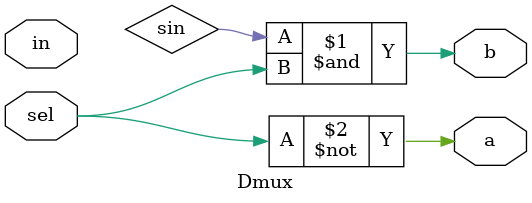
<source format=sv>
module Dmux (in,sel,a,b);

  input in;
  input sel;

  output a;
  output b;
  
  not (a,sel);

  and (b,sin,sel);

endmodule

</source>
